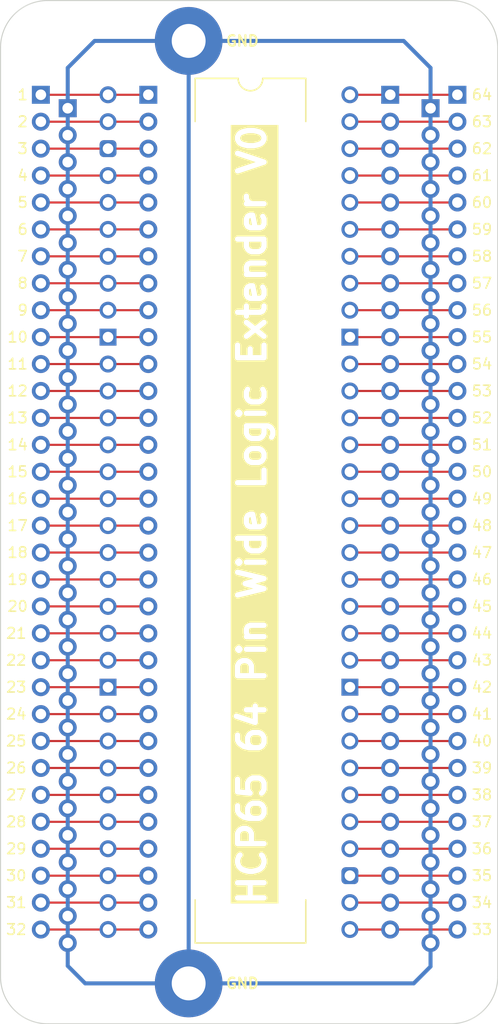
<source format=kicad_pcb>
(kicad_pcb (version 20241229) (generator "pcbnew") (generator_version "9.0")
  (title_block (title "Wide Logic Analyser Extension") (date "2026-01-15") (rev "V0"))
  (layers (0 "F.Cu" signal) (2 "B.Cu" signal) (13 "F.Paste" user) (15 "B.Paste" user) (5 "F.SilkS" user "F.Silkscreen") (7 "B.SilkS" user "B.Silkscreen") (1 "F.Mask" user) (3 "B.Mask" user) (25 "Edge.Cuts" user))
  (net 0 "")
  (net 1 "Net-(J4-Pin_24)")
  (net 2 "Net-(J4-Pin_9)")
  (net 3 "Net-(J2-Pin_11)")
  (net 4 "Net-(J2-Pin_30)")
  (net 5 "Net-(J4-Pin_3)")
  (net 6 "Net-(J4-Pin_17)")
  (net 7 "Net-(J2-Pin_8)")
  (net 8 "Net-(J4-Pin_18)")
  (net 9 "Net-(J4-Pin_14)")
  (net 10 "Net-(J4-Pin_16)")
  (net 11 "Net-(J4-Pin_27)")
  (net 12 "Net-(J2-Pin_19)")
  (net 13 "Net-(J2-Pin_12)")
  (net 14 "Net-(J2-Pin_25)")
  (net 15 "Net-(J4-Pin_22)")
  (net 16 "Net-(J4-Pin_30)")
  (net 17 "Net-(J4-Pin_5)")
  (net 18 "Net-(J4-Pin_31)")
  (net 19 "Net-(J2-Pin_21)")
  (net 20 "Net-(J2-Pin_3)")
  (net 21 "Net-(J4-Pin_32)")
  (net 22 "Net-(J2-Pin_2)")
  (net 23 "Net-(J2-Pin_14)")
  (net 24 "Net-(J2-Pin_9)")
  (net 25 "Net-(J2-Pin_5)")
  (net 26 "Net-(J2-Pin_16)")
  (net 27 "Net-(J2-Pin_18)")
  (net 28 "Net-(J2-Pin_23)")
  (net 29 "Net-(J4-Pin_19)")
  (net 30 "Net-(J4-Pin_7)")
  (net 31 "Net-(J2-Pin_10)")
  (net 32 "Net-(J2-Pin_27)")
  (net 33 "Net-(J4-Pin_2)")
  (net 34 "Net-(J4-Pin_29)")
  (net 35 "Net-(J4-Pin_12)")
  (net 36 "Net-(J2-Pin_7)")
  (net 37 "Net-(J4-Pin_13)")
  (net 38 "Net-(J2-Pin_15)")
  (net 39 "Net-(J2-Pin_26)")
  (net 40 "Net-(J4-Pin_28)")
  (net 41 "Net-(J4-Pin_23)")
  (net 42 "Net-(J4-Pin_25)")
  (net 43 "Net-(J4-Pin_11)")
  (net 44 "Net-(J4-Pin_21)")
  (net 45 "Net-(J4-Pin_15)")
  (net 46 "Net-(J4-Pin_6)")
  (net 47 "Net-(J4-Pin_26)")
  (net 48 "Net-(J2-Pin_4)")
  (net 49 "Net-(J2-Pin_29)")
  (net 50 "Net-(J2-Pin_20)")
  (net 51 "Net-(J4-Pin_1)")
  (net 52 "Net-(J4-Pin_4)")
  (net 53 "Net-(J2-Pin_31)")
  (net 54 "Net-(J2-Pin_13)")
  (net 55 "Net-(J2-Pin_6)")
  (net 56 "Net-(J2-Pin_22)")
  (net 57 "Net-(J4-Pin_20)")
  (net 58 "Net-(J4-Pin_8)")
  (net 59 "Net-(J4-Pin_10)")
  (net 60 "Net-(J2-Pin_32)")
  (net 61 "Net-(J2-Pin_24)")
  (net 62 "Net-(J2-Pin_1)")
  (net 63 "Net-(J2-Pin_17)")
  (net 64 "Net-(J2-Pin_28)")
  (net 65 "/GND")
  (footprint "Connector_PinHeader_2.54mm:PinHeader_1x32_P2.54mm_Vertical" (layer "F.Cu") (at -3.81 1.27)
    (property "Reference" "J6" (hide yes))
    (property "Value" "Conn_01x32_Pin")
  )
  (footprint "Connector_PinHeader_2.54mm:PinHeader_1x32_P2.54mm_Vertical" (layer "F.Cu") (at 30.48 1.27)
    (property "Reference" "J7" (hide yes))
    (property "Value" "Conn_01x32_Pin")
  )
  (footprint "SamacSys_Parts:DIP-64_Board_W22.86mm_Nak" (layer "F.Cu") (at 0 0)
    (property "Reference" "J1" (hide yes))
    (property "Value" "Board 2x32 W15.24mm")
  )
  (footprint "MountingHole:MountingHole_3.2mm_M3_Pad" (layer "F.Cu") (at 7.62 -5.08)
    (property "Reference" "H1" (hide yes))
    (property "Value" "MountingHole_Pad")
  )
  (footprint "Connector_PinSocket_2.54mm:PinSocket_1x32_P2.54mm_Vertical" (layer "F.Cu") (at 26.67 0)
    (property "Reference" "J3" (hide yes))
    (property "Value" "Conn_01x32_Socket")
  )
  (footprint "Connector_PinHeader_2.54mm:PinHeader_1x32_P2.54mm_Vertical" (layer "F.Cu") (at -6.35 0)
    (property "Reference" "J5" (hide yes))
    (property "Value" "Conn_01x32_Pin")
  )
  (footprint "MountingHole:MountingHole_3.2mm_M3_Pad" (layer "F.Cu") (at 7.62 83.82)
    (property "Reference" "H2" (hide yes))
    (property "Value" "MountingHole_Pad")
  )
  (footprint "Connector_PinSocket_2.54mm:PinSocket_1x32_P2.54mm_Vertical" (layer "F.Cu") (at 3.81 0)
    (property "Reference" "J4" (hide yes))
    (property "Value" "Conn_01x32_Socket")
  )
  (footprint "Connector_PinHeader_2.54mm:PinHeader_1x32_P2.54mm_Vertical" (layer "F.Cu") (at 33.02 0)
    (property "Reference" "J2" (hide yes))
    (property "Value" "Conn_01x32_Pin")
  )
  (gr_line (start 18.691137 80.009999) (end 8.232863 80.01) (stroke (width 0.15)) (layer "F.SilkS"))
  (gr_arc (start 14.627137 -1.546137) (mid 13.462 -0.381) (end 12.296863 -1.546137) (stroke (width 0.15)) (layer "F.SilkS"))
  (gr_line (start 18.691137 -1.546137) (end 14.627137 -1.546137) (stroke (width 0.15)) (layer "F.SilkS"))
  (gr_line (start 8.232863 80.01) (end 8.232863 75.946) (stroke (width 0.15)) (layer "F.SilkS"))
  (gr_line (start 18.691137 80.009999) (end 18.691136 75.946) (stroke (width 0.15)) (layer "F.SilkS"))
  (gr_line (start 18.691137 -1.546137) (end 18.691137 2.517863) (stroke (width 0.15)) (layer "F.SilkS"))
  (gr_line (start 8.232863 -1.546137) (end 8.232863 2.517863) (stroke (width 0.15)) (layer "F.SilkS"))
  (gr_line (start 8.232863 -1.546137) (end 12.296863 -1.546137) (stroke (width 0.15)) (layer "F.SilkS"))
  (gr_line (start -5.715 -8.89) (end 32.385 -8.89) (stroke (width 0.1)) (layer "Edge.Cuts"))
  (gr_arc (start -5.715 87.63) (mid -8.85809 86.32809) (end -10.16 83.185) (stroke (width 0.1)) (layer "Edge.Cuts"))
  (gr_line (start 36.83 -4.445) (end 36.83 83.185) (stroke (width 0.1)) (layer "Edge.Cuts"))
  (gr_arc (start 32.385 -8.89) (mid 35.52809 -7.58809) (end 36.83 -4.445) (stroke (width 0.1)) (layer "Edge.Cuts"))
  (gr_line (start -10.16 83.185001) (end -10.16 -4.445) (stroke (width 0.1)) (layer "Edge.Cuts"))
  (gr_line (start 32.385 87.63) (end -5.715 87.63) (stroke (width 0.1)) (layer "Edge.Cuts"))
  (gr_arc (start -10.16 -4.445) (mid -8.85809 -7.58809) (end -5.715 -8.89) (stroke (width 0.1)) (layer "Edge.Cuts"))
  (gr_arc (start 36.83 83.185) (mid 35.52809 86.32809) (end 32.385 87.63) (stroke (width 0.1)) (layer "Edge.Cuts"))
  (gr_text "56" (at 34.29 20.32 0) (layer "F.SilkS") (effects (font (size 1 1)) (justify left)))
  (gr_text "40" (at 34.29 60.96 0) (layer "F.SilkS") (effects (font (size 1 1)) (justify left)))
  (gr_text "19" (at -7.493 45.72 0) (layer "F.SilkS") (effects (font (size 1 1)) (justify right)))
  (gr_text "13" (at -7.493 30.48 0) (layer "F.SilkS") (effects (font (size 1 1)) (justify right)))
  (gr_text "15" (at -7.493 35.56 0) (layer "F.SilkS") (effects (font (size 1 1)) (justify right)))
  (gr_text "30" (at -7.62 73.66 0) (layer "F.SilkS") (effects (font (size 1 1)) (justify right)))
  (gr_text "10" (at -7.493 22.86 0) (layer "F.SilkS") (effects (font (size 1 1)) (justify right)))
  (gr_text "41" (at 34.29 58.42 0) (layer "F.SilkS") (effects (font (size 1 1)) (justify left)))
  (gr_text "39" (at 34.29 63.5 0) (layer "F.SilkS") (effects (font (size 1 1)) (justify left)))
  (gr_text "GND" (at 12.7 -5.08 0) (layer "F.SilkS") (effects (font (size 1 1) (thickness 0.2) (bold yes))))
  (gr_text "20" (at -7.493 48.26 0) (layer "F.SilkS") (effects (font (size 1 1)) (justify right)))
  (gr_text "1" (at -7.493 0 0) (layer "F.SilkS") (effects (font (size 1 1)) (justify right)))
  (gr_text "48" (at 34.29 40.64 0) (layer "F.SilkS") (effects (font (size 1 1)) (justify left)))
  (gr_text "51" (at 34.29 33.02 0) (layer "F.SilkS") (effects (font (size 1 1)) (justify left)))
  (gr_text "54" (at 34.29 25.4 0) (layer "F.SilkS") (effects (font (size 1 1)) (justify left)))
  (gr_text "58" (at 34.29 15.24 0) (layer "F.SilkS") (effects (font (size 1 1)) (justify left)))
  (gr_text "21" (at -7.62 50.8 0) (layer "F.SilkS") (effects (font (size 1 1)) (justify right)))
  (gr_text "11" (at -7.493 25.4 0) (layer "F.SilkS") (effects (font (size 1 1)) (justify right)))
  (gr_text "44" (at 34.29 50.8 0) (layer "F.SilkS") (effects (font (size 1 1)) (justify left)))
  (gr_text "61" (at 34.29 7.62 0) (layer "F.SilkS") (effects (font (size 1 1)) (justify left)))
  (gr_text "HCP65 64 Pin Wide Logic Extender V0" (at 13.611137 39.623999 90) (layer "F.SilkS" knockout) (effects (font (size 2.5 2.5) (thickness 0.5) (bold yes))))
  (gr_text "24" (at -7.62 58.42 0) (layer "F.SilkS") (effects (font (size 1 1)) (justify right)))
  (gr_text "4" (at -7.493 7.62 0) (layer "F.SilkS") (effects (font (size 1 1)) (justify right)))
  (gr_text "49" (at 34.29 38.1 0) (layer "F.SilkS") (effects (font (size 1 1)) (justify left)))
  (gr_text "16" (at -7.493 38.1 0) (layer "F.SilkS") (effects (font (size 1 1)) (justify right)))
  (gr_text "42" (at 34.29 55.88 0) (layer "F.SilkS") (effects (font (size 1 1)) (justify left)))
  (gr_text "3" (at -7.493 5.08 0) (layer "F.SilkS") (effects (font (size 1 1)) (justify right)))
  (gr_text "7" (at -7.493 15.24 0) (layer "F.SilkS") (effects (font (size 1 1)) (justify right)))
  (gr_text "27" (at -7.62 66.04 0) (layer "F.SilkS") (effects (font (size 1 1)) (justify right)))
  (gr_text "26" (at -7.62 63.5 0) (layer "F.SilkS") (effects (font (size 1 1)) (justify right)))
  (gr_text "9" (at -7.493 20.32 0) (layer "F.SilkS") (effects (font (size 1 1)) (justify right)))
  (gr_text "36" (at 34.29 71.12 0) (layer "F.SilkS") (effects (font (size 1 1)) (justify left)))
  (gr_text "33" (at 34.29 78.74 0) (layer "F.SilkS") (effects (font (size 1 1)) (justify left)))
  (gr_text "35" (at 34.29 73.66 0) (layer "F.SilkS") (effects (font (size 1 1)) (justify left)))
  (gr_text "37" (at 34.29 68.58 0) (layer "F.SilkS") (effects (font (size 1 1)) (justify left)))
  (gr_text "5" (at -7.493 10.16 0) (layer "F.SilkS") (effects (font (size 1 1)) (justify right)))
  (gr_text "32" (at -7.62 78.74 0) (layer "F.SilkS") (effects (font (size 1 1)) (justify right)))
  (gr_text "18" (at -7.493 43.18 0) (layer "F.SilkS") (effects (font (size 1 1)) (justify right)))
  (gr_text "55" (at 34.29 22.86 0) (layer "F.SilkS") (effects (font (size 1 1)) (justify left)))
  (gr_text "31" (at -7.62 76.2 0) (layer "F.SilkS") (effects (font (size 1 1)) (justify right)))
  (gr_text "25" (at -7.62 60.96 0) (layer "F.SilkS") (effects (font (size 1 1)) (justify right)))
  (gr_text "8" (at -7.493 17.78 0) (layer "F.SilkS") (effects (font (size 1 1)) (justify right)))
  (gr_text "60" (at 34.29 10.16 0) (layer "F.SilkS") (effects (font (size 1 1)) (justify left)))
  (gr_text "23" (at -7.62 55.88 0) (layer "F.SilkS") (effects (font (size 1 1)) (justify right)))
  (gr_text "GND" (at 12.7 83.82 0) (layer "F.SilkS") (effects (font (size 1 1) (thickness 0.2) (bold yes))))
  (gr_text "63" (at 34.29 2.54 0) (layer "F.SilkS") (effects (font (size 1 1)) (justify left)))
  (gr_text "29" (at -7.62 71.12 0) (layer "F.SilkS") (effects (font (size 1 1)) (justify right)))
  (gr_text "64" (at 34.29 0 0) (layer "F.SilkS") (effects (font (size 1 1)) (justify left)))
  (gr_text "52" (at 34.29 30.48 0) (layer "F.SilkS") (effects (font (size 1 1)) (justify left)))
  (gr_text "62" (at 34.29 5.08 0) (layer "F.SilkS") (effects (font (size 1 1)) (justify left)))
  (gr_text "28" (at -7.62 68.58 0) (layer "F.SilkS") (effects (font (size 1 1)) (justify right)))
  (gr_text "12" (at -7.493 27.94 0) (layer "F.SilkS") (effects (font (size 1 1)) (justify right)))
  (gr_text "6" (at -7.493 12.7 0) (layer "F.SilkS") (effects (font (size 1 1)) (justify right)))
  (gr_text "50" (at 34.29 35.56 0) (layer "F.SilkS") (effects (font (size 1 1)) (justify left)))
  (gr_text "53" (at 34.29 27.94 0) (layer "F.SilkS") (effects (font (size 1 1)) (justify left)))
  (gr_text "43" (at 34.29 53.34 0) (layer "F.SilkS") (effects (font (size 1 1)) (justify left)))
  (gr_text "34" (at 34.29 76.2 0) (layer "F.SilkS") (effects (font (size 1 1)) (justify left)))
  (gr_text "14" (at -7.493 33.02 0) (layer "F.SilkS") (effects (font (size 1 1)) (justify right)))
  (gr_text "22" (at -7.62 53.34 0) (layer "F.SilkS") (effects (font (size 1 1)) (justify right)))
  (gr_text "2" (at -7.493 2.54 0) (layer "F.SilkS") (effects (font (size 1 1)) (justify right)))
  (gr_text "38" (at 34.29 66.04 0) (layer "F.SilkS") (effects (font (size 1 1)) (justify left)))
  (gr_text "57" (at 34.29 17.78 0) (layer "F.SilkS") (effects (font (size 1 1)) (justify left)))
  (gr_text "45" (at 34.29 48.26 0) (layer "F.SilkS") (effects (font (size 1 1)) (justify left)))
  (gr_text "47" (at 34.29 43.18 0) (layer "F.SilkS") (effects (font (size 1 1)) (justify left)))
  (gr_text "17" (at -7.493 40.64 0) (layer "F.SilkS") (effects (font (size 1 1)) (justify right)))
  (gr_text "59" (at 34.29 12.7 0) (layer "F.SilkS") (effects (font (size 1 1)) (justify left)))
  (gr_text "46" (at 34.29 45.72 0) (layer "F.SilkS") (effects (font (size 1 1)) (justify left)))
  (segment (start 0 58.42) (end 3.81 58.42) (width 0.2) (layer "F.Cu") (net 1))
  (segment (start -6.35 58.42) (end 0 58.42) (width 0.2) (layer "F.Cu") (net 1))
  (segment (start 3.81 20.32) (end 0 20.32) (width 0.2) (layer "F.Cu") (net 2))
  (segment (start 0 20.32) (end -6.35 20.32) (width 0.2) (layer "F.Cu") (net 2))
  (segment (start 33.02 25.4) (end 26.67 25.4) (width 0.2) (layer "F.Cu") (net 3))
  (segment (start 26.67 25.4) (end 22.86 25.4) (width 0.2) (layer "F.Cu") (net 3))
  (segment (start 22.86 73.66) (end 26.67 73.66) (width 0.2) (layer "F.Cu") (net 4))
  (segment (start 26.67 73.66) (end 33.02 73.66) (width 0.2) (layer "F.Cu") (net 4))
  (segment (start 3.81 5.08) (end 0 5.08) (width 0.2) (layer "F.Cu") (net 5))
  (segment (start 0 5.08) (end -6.35 5.08) (width 0.2) (layer "F.Cu") (net 5))
  (segment (start 3.81 40.64) (end 0 40.64) (width 0.2) (layer "F.Cu") (net 6))
  (segment (start 0 40.64) (end -6.35 40.64) (width 0.2) (layer "F.Cu") (net 6))
  (segment (start 22.86 17.78) (end 26.67 17.78) (width 0.2) (layer "F.Cu") (net 7))
  (segment (start 26.67 17.78) (end 33.02 17.78) (width 0.2) (layer "F.Cu") (net 7))
  (segment (start 0 43.18) (end 3.81 43.18) (width 0.2) (layer "F.Cu") (net 8))
  (segment (start -6.35 43.18) (end 0 43.18) (width 0.2) (layer "F.Cu") (net 8))
  (segment (start 0 33.02) (end 3.81 33.02) (width 0.2) (layer "F.Cu") (net 9))
  (segment (start -6.35 33.02) (end 0 33.02) (width 0.2) (layer "F.Cu") (net 9))
  (segment (start -6.35 38.1) (end 0 38.1) (width 0.2) (layer "F.Cu") (net 10))
  (segment (start 0 38.1) (end 3.81 38.1) (width 0.2) (layer "F.Cu") (net 10))
  (segment (start 0 66.04) (end -6.35 66.04) (width 0.2) (layer "F.Cu") (net 11))
  (segment (start 3.81 66.04) (end 0 66.04) (width 0.2) (layer "F.Cu") (net 11))
  (segment (start 33.02 45.72) (end 26.67 45.72) (width 0.2) (layer "F.Cu") (net 12))
  (segment (start 26.67 45.72) (end 22.86 45.72) (width 0.2) (layer "F.Cu") (net 12))
  (segment (start 26.67 27.94) (end 33.02 27.94) (width 0.2) (layer "F.Cu") (net 13))
  (segment (start 22.86 27.94) (end 26.67 27.94) (width 0.2) (layer "F.Cu") (net 13))
  (segment (start 33.02 60.96) (end 26.67 60.96) (width 0.2) (layer "F.Cu") (net 14))
  (segment (start 26.67 60.96) (end 22.86 60.96) (width 0.2) (layer "F.Cu") (net 14))
  (segment (start 0 53.34) (end 3.81 53.34) (width 0.2) (layer "F.Cu") (net 15))
  (segment (start -6.35 53.34) (end 0 53.34) (width 0.2) (layer "F.Cu") (net 15))
  (segment (start -6.35 73.66) (end 0 73.66) (width 0.2) (layer "F.Cu") (net 16))
  (segment (start 0 73.66) (end 3.81 73.66) (width 0.2) (layer "F.Cu") (net 16))
  (segment (start 3.81 10.16) (end 0 10.16) (width 0.2) (layer "F.Cu") (net 17))
  (segment (start 0 10.16) (end -6.35 10.16) (width 0.2) (layer "F.Cu") (net 17))
  (segment (start 3.81 76.2) (end 0 76.2) (width 0.2) (layer "F.Cu") (net 18))
  (segment (start 0 76.2) (end -6.35 76.2) (width 0.2) (layer "F.Cu") (net 18))
  (segment (start 33.02 50.8) (end 26.67 50.8) (width 0.2) (layer "F.Cu") (net 19))
  (segment (start 26.67 50.8) (end 22.86 50.8) (width 0.2) (layer "F.Cu") (net 19))
  (segment (start 26.67 5.08) (end 22.86 5.08) (width 0.2) (layer "F.Cu") (net 20))
  (segment (start 33.02 5.08) (end 26.67 5.08) (width 0.2) (layer "F.Cu") (net 20))
  (segment (start 0 78.74) (end 3.81 78.74) (width 0.2) (layer "F.Cu") (net 21))
  (segment (start -6.35 78.74) (end 0 78.74) (width 0.2) (layer "F.Cu") (net 21))
  (segment (start 26.67 2.54) (end 33.02 2.54) (width 0.2) (layer "F.Cu") (net 22))
  (segment (start 22.86 2.54) (end 26.67 2.54) (width 0.2) (layer "F.Cu") (net 22))
  (segment (start 26.67 33.02) (end 33.02 33.02) (width 0.2) (layer "F.Cu") (net 23))
  (segment (start 22.86 33.02) (end 26.67 33.02) (width 0.2) (layer "F.Cu") (net 23))
  (segment (start 33.02 20.32) (end 26.67 20.32) (width 0.2) (layer "F.Cu") (net 24))
  (segment (start 26.67 20.32) (end 22.86 20.32) (width 0.2) (layer "F.Cu") (net 24))
  (segment (start 26.67 10.16) (end 22.86 10.16) (width 0.2) (layer "F.Cu") (net 25))
  (segment (start 33.02 10.16) (end 26.67 10.16) (width 0.2) (layer "F.Cu") (net 25))
  (segment (start 26.67 38.1) (end 33.02 38.1) (width 0.2) (layer "F.Cu") (net 26))
  (segment (start 22.86 38.1) (end 26.67 38.1) (width 0.2) (layer "F.Cu") (net 26))
  (segment (start 22.86 43.18) (end 26.67 43.18) (width 0.2) (layer "F.Cu") (net 27))
  (segment (start 26.67 43.18) (end 33.02 43.18) (width 0.2) (layer "F.Cu") (net 27))
  (segment (start 33.02 55.88) (end 26.67 55.88) (width 0.2) (layer "F.Cu") (net 28))
  (segment (start 26.67 55.88) (end 22.86 55.88) (width 0.2) (layer "F.Cu") (net 28))
  (segment (start 0 45.72) (end -6.35 45.72) (width 0.2) (layer "F.Cu") (net 29))
  (segment (start 3.81 45.72) (end 0 45.72) (width 0.2) (layer "F.Cu") (net 29))
  (segment (start 3.81 15.24) (end 0 15.24) (width 0.2) (layer "F.Cu") (net 30))
  (segment (start 0 15.24) (end -6.35 15.24) (width 0.2) (layer "F.Cu") (net 30))
  (segment (start 26.67 22.86) (end 33.02 22.86) (width 0.2) (layer "F.Cu") (net 31))
  (segment (start 22.86 22.86) (end 26.67 22.86) (width 0.2) (layer "F.Cu") (net 31))
  (segment (start 26.67 66.04) (end 22.86 66.04) (width 0.2) (layer "F.Cu") (net 32))
  (segment (start 33.02 66.04) (end 26.67 66.04) (width 0.2) (layer "F.Cu") (net 32))
  (segment (start -6.35 2.54) (end 0 2.54) (width 0.2) (layer "F.Cu") (net 33))
  (segment (start 0 2.54) (end 3.81 2.54) (width 0.2) (layer "F.Cu") (net 33))
  (segment (start 3.81 71.12) (end 0 71.12) (width 0.2) (layer "F.Cu") (net 34))
  (segment (start 0 71.12) (end -6.35 71.12) (width 0.2) (layer "F.Cu") (net 34))
  (segment (start -6.35 27.94) (end 0 27.94) (width 0.2) (layer "F.Cu") (net 35))
  (segment (start 0 27.94) (end 3.81 27.94) (width 0.2) (layer "F.Cu") (net 35))
  (segment (start 33.02 15.24) (end 26.67 15.24) (width 0.2) (layer "F.Cu") (net 36))
  (segment (start 26.67 15.24) (end 22.86 15.24) (width 0.2) (layer "F.Cu") (net 36))
  (segment (start 3.81 30.48) (end 0 30.48) (width 0.2) (layer "F.Cu") (net 37))
  (segment (start 0 30.48) (end -6.35 30.48) (width 0.2) (layer "F.Cu") (net 37))
  (segment (start 33.02 35.56) (end 26.67 35.56) (width 0.2) (layer "F.Cu") (net 38))
  (segment (start 26.67 35.56) (end 22.86 35.56) (width 0.2) (layer "F.Cu") (net 38))
  (segment (start 22.86 63.5) (end 26.67 63.5) (width 0.2) (layer "F.Cu") (net 39))
  (segment (start 26.67 63.5) (end 33.02 63.5) (width 0.2) (layer "F.Cu") (net 39))
  (segment (start 0 68.58) (end 3.81 68.58) (width 0.2) (layer "F.Cu") (net 40))
  (segment (start -6.35 68.58) (end 0 68.58) (width 0.2) (layer "F.Cu") (net 40))
  (segment (start 3.81 55.88) (end 0 55.88) (width 0.2) (layer "F.Cu") (net 41))
  (segment (start 0 55.88) (end -6.35 55.88) (width 0.2) (layer "F.Cu") (net 41))
  (segment (start 3.81 60.96) (end 0 60.96) (width 0.2) (layer "F.Cu") (net 42))
  (segment (start 0 60.96) (end -6.35 60.96) (width 0.2) (layer "F.Cu") (net 42))
  (segment (start 3.81 25.4) (end 0 25.4) (width 0.2) (layer "F.Cu") (net 43))
  (segment (start 0 25.4) (end -6.35 25.4) (width 0.2) (layer "F.Cu") (net 43))
  (segment (start 3.81 50.8) (end 0 50.8) (width 0.2) (layer "F.Cu") (net 44))
  (segment (start 0 50.8) (end -6.35 50.8) (width 0.2) (layer "F.Cu") (net 44))
  (segment (start 0 35.56) (end -6.35 35.56) (width 0.2) (layer "F.Cu") (net 45))
  (segment (start 3.81 35.56) (end 0 35.56) (width 0.2) (layer "F.Cu") (net 45))
  (segment (start -6.35 12.7) (end 0 12.7) (width 0.2) (layer "F.Cu") (net 46))
  (segment (start 0 12.7) (end 3.81 12.7) (width 0.2) (layer "F.Cu") (net 46))
  (segment (start -6.35 63.5) (end 0 63.5) (width 0.2) (layer "F.Cu") (net 47))
  (segment (start 0 63.5) (end 3.81 63.5) (width 0.2) (layer "F.Cu") (net 47))
  (segment (start 26.67 7.62) (end 33.02 7.62) (width 0.2) (layer "F.Cu") (net 48))
  (segment (start 22.86 7.62) (end 26.67 7.62) (width 0.2) (layer "F.Cu") (net 48))
  (segment (start 26.67 71.12) (end 22.86 71.12) (width 0.2) (layer "F.Cu") (net 49))
  (segment (start 33.02 71.12) (end 26.67 71.12) (width 0.2) (layer "F.Cu") (net 49))
  (segment (start 22.86 48.26) (end 26.67 48.26) (width 0.2) (layer "F.Cu") (net 50))
  (segment (start 26.67 48.26) (end 33.02 48.26) (width 0.2) (layer "F.Cu") (net 50))
  (segment (start 3.81 0) (end 0 0) (width 0.2) (layer "F.Cu") (net 51))
  (segment (start 0 0) (end -6.35 0) (width 0.2) (layer "F.Cu") (net 51))
  (segment (start 0 7.62) (end 3.81 7.62) (width 0.2) (layer "F.Cu") (net 52))
  (segment (start -6.35 7.62) (end 0 7.62) (width 0.2) (layer "F.Cu") (net 52))
  (segment (start 33.02 76.2) (end 26.67 76.2) (width 0.2) (layer "F.Cu") (net 53))
  (segment (start 26.67 76.2) (end 22.86 76.2) (width 0.2) (layer "F.Cu") (net 53))
  (segment (start 26.67 30.48) (end 22.86 30.48) (width 0.2) (layer "F.Cu") (net 54))
  (segment (start 33.02 30.48) (end 26.67 30.48) (width 0.2) (layer "F.Cu") (net 54))
  (segment (start 22.86 12.7) (end 26.67 12.7) (width 0.2) (layer "F.Cu") (net 55))
  (segment (start 26.67 12.7) (end 33.02 12.7) (width 0.2) (layer "F.Cu") (net 55))
  (segment (start 22.86 53.34) (end 26.67 53.34) (width 0.2) (layer "F.Cu") (net 56))
  (segment (start 26.67 53.34) (end 33.02 53.34) (width 0.2) (layer "F.Cu") (net 56))
  (segment (start -6.35 48.26) (end 0 48.26) (width 0.2) (layer "F.Cu") (net 57))
  (segment (start 0 48.26) (end 3.81 48.26) (width 0.2) (layer "F.Cu") (net 57))
  (segment (start -6.35 17.78) (end 0 17.78) (width 0.2) (layer "F.Cu") (net 58))
  (segment (start 0 17.78) (end 3.81 17.78) (width 0.2) (layer "F.Cu") (net 58))
  (segment (start -6.35 22.86) (end 0 22.86) (width 0.2) (layer "F.Cu") (net 59))
  (segment (start 0 22.86) (end 3.81 22.86) (width 0.2) (layer "F.Cu") (net 59))
  (segment (start 22.86 78.74) (end 26.67 78.74) (width 0.2) (layer "F.Cu") (net 60))
  (segment (start 26.67 78.74) (end 33.02 78.74) (width 0.2) (layer "F.Cu") (net 60))
  (segment (start 26.67 58.42) (end 33.02 58.42) (width 0.2) (layer "F.Cu") (net 61))
  (segment (start 22.86 58.42) (end 26.67 58.42) (width 0.2) (layer "F.Cu") (net 61))
  (segment (start 33.02 0) (end 26.67 0) (width 0.2) (layer "F.Cu") (net 62))
  (segment (start 26.67 0) (end 22.86 0) (width 0.2) (layer "F.Cu") (net 62))
  (segment (start 33.02 40.64) (end 26.67 40.64) (width 0.2) (layer "F.Cu") (net 63))
  (segment (start 26.67 40.64) (end 22.86 40.64) (width 0.2) (layer "F.Cu") (net 63))
  (segment (start 26.67 68.58) (end 33.02 68.58) (width 0.2) (layer "F.Cu") (net 64))
  (segment (start 22.86 68.58) (end 26.67 68.58) (width 0.2) (layer "F.Cu") (net 64))
  (segment (start 30.48 3.81) (end 30.48 1.27) (width 0.38) (layer "B.Cu") (net 65))
  (segment (start -3.81 29.21) (end -3.81 31.75) (width 0.38) (layer "B.Cu") (net 65))
  (segment (start -3.81 24.13) (end -3.81 21.59) (width 0.38) (layer "B.Cu") (net 65))
  (segment (start 30.48 29.21) (end 30.48 26.67) (width 0.38) (layer "B.Cu") (net 65))
  (segment (start 30.48 36.83) (end 30.48 34.29) (width 0.38) (layer "B.Cu") (net 65))
  (segment (start -3.81 72.39) (end -3.81 69.85) (width 0.38) (layer "B.Cu") (net 65))
  (segment (start 30.48 69.85) (end 30.48 67.31) (width 0.38) (layer "B.Cu") (net 65))
  (segment (start -3.81 11.43) (end -3.81 8.89) (width 0.38) (layer "B.Cu") (net 65))
  (segment (start 28.8925 83.82) (end 30.48 82.2325) (width 0.38) (layer "B.Cu") (net 65))
  (segment (start -2.159 83.82) (end 7.62 83.82) (width 0.38) (layer "B.Cu") (net 65))
  (segment (start 30.48 39.37) (end 30.48 36.83) (width 0.38) (layer "B.Cu") (net 65))
  (segment (start -3.81 62.23) (end -3.81 59.69) (width 0.38) (layer "B.Cu") (net 65))
  (segment (start -3.81 49.53) (end -3.81 46.99) (width 0.38) (layer "B.Cu") (net 65))
  (segment (start -3.81 39.37) (end -3.81 36.83) (width 0.38) (layer "B.Cu") (net 65))
  (segment (start 30.48 80.01) (end 30.48 77.47) (width 0.38) (layer "B.Cu") (net 65))
  (segment (start 7.62 -5.08) (end 27.94 -5.08) (width 0.38) (layer "B.Cu") (net 65))
  (segment (start -3.81 36.83) (end -3.81 34.29) (width 0.38) (layer "B.Cu") (net 65))
  (segment (start 30.48 59.69) (end 30.48 57.15) (width 0.38) (layer "B.Cu") (net 65))
  (segment (start -3.81 41.91) (end -3.81 39.37) (width 0.38) (layer "B.Cu") (net 65))
  (segment (start 30.48 57.15) (end 30.48 54.61) (width 0.38) (layer "B.Cu") (net 65))
  (segment (start 7.62 83.82) (end 28.8925 83.82) (width 0.38) (layer "B.Cu") (net 65))
  (segment (start -3.81 34.29) (end -3.81 31.75) (width 0.38) (layer "B.Cu") (net 65))
  (segment (start -3.81 21.59) (end -3.81 19.05) (width 0.38) (layer "B.Cu") (net 65))
  (segment (start 30.48 16.51) (end 30.48 19.05) (width 0.38) (layer "B.Cu") (net 65))
  (segment (start 30.48 44.45) (end 30.48 41.91) (width 0.38) (layer "B.Cu") (net 65))
  (segment (start -3.81 80.01) (end -3.81 77.47) (width 0.38) (layer "B.Cu") (net 65))
  (segment (start 30.48 41.91) (end 30.48 39.37) (width 0.38) (layer "B.Cu") (net 65))
  (segment (start -3.81 6.35) (end -3.81 3.81) (width 0.38) (layer "B.Cu") (net 65))
  (segment (start -3.81 74.93) (end -3.81 72.39) (width 0.38) (layer "B.Cu") (net 65))
  (segment (start -3.81 29.21) (end -3.81 26.67) (width 0.38) (layer "B.Cu") (net 65))
  (segment (start 30.48 29.21) (end 30.48 31.75) (width 0.38) (layer "B.Cu") (net 65))
  (segment (start 30.48 64.77) (end 30.48 62.23) (width 0.38) (layer "B.Cu") (net 65))
  (segment (start 30.48 11.43) (end 30.48 8.89) (width 0.38) (layer "B.Cu") (net 65))
  (segment (start -3.81 80.01) (end -3.81 82.169) (width 0.38) (layer "B.Cu") (net 65))
  (segment (start 30.48 34.29) (end 30.48 31.75) (width 0.38) (layer "B.Cu") (net 65))
  (segment (start -3.81 59.69) (end -3.81 57.15) (width 0.38) (layer "B.Cu") (net 65))
  (segment (start -3.81 3.81) (end -3.81 1.27) (width 0.38) (layer "B.Cu") (net 65))
  (segment (start -3.81 64.77) (end -3.81 62.23) (width 0.38) (layer "B.Cu") (net 65))
  (segment (start -3.81 -2.54) (end -1.27 -5.08) (width 0.38) (layer "B.Cu") (net 65))
  (segment (start -3.81 16.51) (end -3.81 19.05) (width 0.38) (layer "B.Cu") (net 65))
  (segment (start 30.48 52.07) (end 30.48 49.53) (width 0.38) (layer "B.Cu") (net 65))
  (segment (start -1.27 -5.08) (end 7.62 -5.08) (width 0.38) (layer "B.Cu") (net 65))
  (segment (start 30.48 74.93) (end 30.48 72.39) (width 0.38) (layer "B.Cu") (net 65))
  (segment (start -3.81 44.45) (end -3.81 41.91) (width 0.38) (layer "B.Cu") (net 65))
  (segment (start -3.81 13.97) (end -3.81 16.51) (width 0.38) (layer "B.Cu") (net 65))
  (segment (start 30.48 54.61) (end 30.48 52.07) (width 0.38) (layer "B.Cu") (net 65))
  (segment (start 30.48 -2.54) (end 30.48 1.27) (width 0.38) (layer "B.Cu") (net 65))
  (segment (start 30.48 82.2325) (end 30.48 80.01) (width 0.38) (layer "B.Cu") (net 65))
  (segment (start 7.62 83.82) (end 7.62 -5.08) (width 0.38) (layer "B.Cu") (net 65))
  (segment (start -3.81 77.47) (end -3.81 74.93) (width 0.38) (layer "B.Cu") (net 65))
  (segment (start 30.48 67.31) (end 30.48 64.77) (width 0.38) (layer "B.Cu") (net 65))
  (segment (start 30.48 49.53) (end 30.48 46.99) (width 0.38) (layer "B.Cu") (net 65))
  (segment (start 30.48 77.47) (end 30.48 74.93) (width 0.38) (layer "B.Cu") (net 65))
  (segment (start 30.48 72.39) (end 30.48 69.85) (width 0.38) (layer "B.Cu") (net 65))
  (segment (start 30.48 8.89) (end 30.48 6.35) (width 0.38) (layer "B.Cu") (net 65))
  (segment (start 30.48 24.13) (end 30.48 21.59) (width 0.38) (layer "B.Cu") (net 65))
  (segment (start -3.81 8.89) (end -3.81 6.35) (width 0.38) (layer "B.Cu") (net 65))
  (segment (start 30.48 13.97) (end 30.48 16.51) (width 0.38) (layer "B.Cu") (net 65))
  (segment (start -3.81 26.67) (end -3.81 24.13) (width 0.38) (layer "B.Cu") (net 65))
  (segment (start -3.81 52.07) (end -3.81 49.53) (width 0.38) (layer "B.Cu") (net 65))
  (segment (start 30.48 21.59) (end 30.48 19.05) (width 0.38) (layer "B.Cu") (net 65))
  (segment (start -3.81 11.43) (end -3.81 13.97) (width 0.38) (layer "B.Cu") (net 65))
  (segment (start -3.81 82.169) (end -2.159 83.82) (width 0.38) (layer "B.Cu") (net 65))
  (segment (start 30.48 62.23) (end 30.48 59.69) (width 0.38) (layer "B.Cu") (net 65))
  (segment (start -3.81 1.27) (end -3.81 -2.54) (width 0.38) (layer "B.Cu") (net 65))
  (segment (start 30.48 46.99) (end 30.48 44.45) (width 0.38) (layer "B.Cu") (net 65))
  (segment (start -3.81 69.85) (end -3.81 67.31) (width 0.38) (layer "B.Cu") (net 65))
  (segment (start 30.48 26.67) (end 30.48 24.13) (width 0.38) (layer "B.Cu") (net 65))
  (segment (start 30.48 6.35) (end 30.48 3.81) (width 0.38) (layer "B.Cu") (net 65))
  (segment (start -3.81 46.99) (end -3.81 44.45) (width 0.38) (layer "B.Cu") (net 65))
  (segment (start -3.81 54.61) (end -3.81 52.07) (width 0.38) (layer "B.Cu") (net 65))
  (segment (start 30.48 11.43) (end 30.48 13.97) (width 0.38) (layer "B.Cu") (net 65))
  (segment (start 27.94 -5.08) (end 30.48 -2.54) (width 0.38) (layer "B.Cu") (net 65))
  (segment (start -3.81 57.15) (end -3.81 54.61) (width 0.38) (layer "B.Cu") (net 65))
  (segment (start -3.81 67.31) (end -3.81 64.77) (width 0.38) (layer "B.Cu") (net 65))
)
</source>
